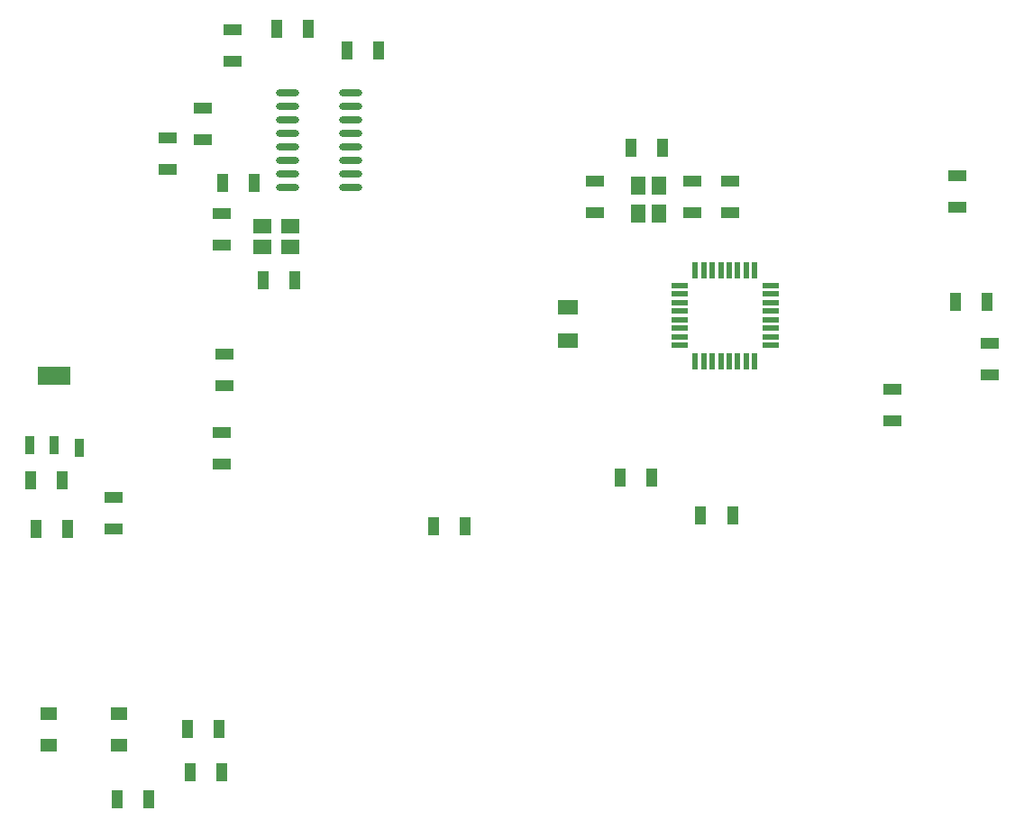
<source format=gtp>
G04*
G04 #@! TF.GenerationSoftware,Altium Limited,Altium Designer,24.1.2 (44)*
G04*
G04 Layer_Color=8421504*
%FSLAX44Y44*%
%MOMM*%
G71*
G04*
G04 #@! TF.SameCoordinates,264AB7AF-67A9-449C-BE9F-4602C0ED76BB*
G04*
G04*
G04 #@! TF.FilePolarity,Positive*
G04*
G01*
G75*
%ADD19R,0.5080X1.6500*%
%ADD20R,1.6500X0.5080*%
%ADD21R,1.1176X1.8034*%
%ADD22R,1.8034X1.1176*%
%ADD23R,1.4000X1.8000*%
%ADD24O,2.2000X0.6096*%
%ADD25R,1.5000X1.2000*%
%ADD26R,1.8542X1.3716*%
%ADD27R,0.8382X1.7000*%
%ADD28R,3.0988X1.7000*%
%ADD29R,1.8000X1.4000*%
D19*
X726440Y548260D02*
D03*
X718566D02*
D03*
X710438D02*
D03*
X702564D02*
D03*
X694436D02*
D03*
X686562D02*
D03*
X678434D02*
D03*
X670560D02*
D03*
Y462660D02*
D03*
X678434D02*
D03*
X686562D02*
D03*
X694436D02*
D03*
X702564D02*
D03*
X710438D02*
D03*
X718566D02*
D03*
X726440D02*
D03*
D20*
X655700Y533890D02*
D03*
Y526016D02*
D03*
Y517888D02*
D03*
Y510014D02*
D03*
Y501886D02*
D03*
Y494012D02*
D03*
Y485884D02*
D03*
Y478010D02*
D03*
X741300D02*
D03*
Y485884D02*
D03*
Y494012D02*
D03*
Y501886D02*
D03*
Y510014D02*
D03*
Y517888D02*
D03*
Y526016D02*
D03*
Y533890D02*
D03*
D21*
X424688Y307340D02*
D03*
X454660D02*
D03*
X639826Y662940D02*
D03*
X609854D02*
D03*
X294386Y538480D02*
D03*
X264414D02*
D03*
X51054Y304800D02*
D03*
X81026D02*
D03*
X223266Y116840D02*
D03*
X193294D02*
D03*
X127254Y50800D02*
D03*
X157226D02*
D03*
X599694Y353060D02*
D03*
X629666D02*
D03*
X675640Y317500D02*
D03*
X705612D02*
D03*
X277114Y774700D02*
D03*
X307086D02*
D03*
X914654Y518160D02*
D03*
X944626D02*
D03*
X226314Y629920D02*
D03*
X256286D02*
D03*
X225806Y76200D02*
D03*
X195834D02*
D03*
X45974Y350520D02*
D03*
X75946D02*
D03*
X373126Y754380D02*
D03*
X343154D02*
D03*
D22*
X175260Y642620D02*
D03*
Y672592D02*
D03*
X576580Y632206D02*
D03*
Y602234D02*
D03*
X668020D02*
D03*
Y632206D02*
D03*
X703580D02*
D03*
Y602234D02*
D03*
X226060Y395986D02*
D03*
Y366014D02*
D03*
X947420Y449834D02*
D03*
Y479806D02*
D03*
X226060Y571754D02*
D03*
Y601726D02*
D03*
X916940Y637286D02*
D03*
Y607314D02*
D03*
X855980Y406654D02*
D03*
Y436626D02*
D03*
X236220Y774446D02*
D03*
Y744474D02*
D03*
X208280Y670814D02*
D03*
Y700786D02*
D03*
X228600Y469646D02*
D03*
Y439674D02*
D03*
X124460Y335026D02*
D03*
Y305054D02*
D03*
D23*
X617180Y627880D02*
D03*
X636580Y601480D02*
D03*
Y627880D02*
D03*
X617180Y601480D02*
D03*
D24*
X287782Y715010D02*
D03*
Y702310D02*
D03*
Y689610D02*
D03*
Y676910D02*
D03*
Y664210D02*
D03*
Y651510D02*
D03*
Y638810D02*
D03*
Y626110D02*
D03*
X347218D02*
D03*
Y638810D02*
D03*
Y651510D02*
D03*
Y664210D02*
D03*
Y676910D02*
D03*
Y689610D02*
D03*
Y702310D02*
D03*
Y715010D02*
D03*
D25*
X63520Y131840D02*
D03*
X129520Y101840D02*
D03*
Y131840D02*
D03*
X63520Y101840D02*
D03*
D26*
X551180Y482219D02*
D03*
Y513461D02*
D03*
D27*
X91694Y381560D02*
D03*
X68580Y384060D02*
D03*
X45466D02*
D03*
D28*
X68580Y449060D02*
D03*
D29*
X263660Y589320D02*
D03*
X290060Y569920D02*
D03*
X263660D02*
D03*
X290060Y589320D02*
D03*
M02*

</source>
